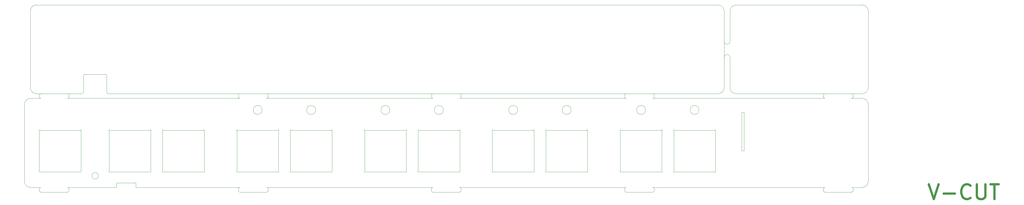
<source format=gbr>
%TF.GenerationSoftware,KiCad,Pcbnew,7.0.1*%
%TF.CreationDate,2024-04-02T15:57:58+09:00*%
%TF.ProjectId,Lift_Switch_V5.0,4c696674-5f53-4776-9974-63685f56352e,rev?*%
%TF.SameCoordinates,Original*%
%TF.FileFunction,Profile,NP*%
%FSLAX46Y46*%
G04 Gerber Fmt 4.6, Leading zero omitted, Abs format (unit mm)*
G04 Created by KiCad (PCBNEW 7.0.1) date 2024-04-02 15:57:58*
%MOMM*%
%LPD*%
G01*
G04 APERTURE LIST*
%TA.AperFunction,Profile*%
%ADD10C,0.050000*%
%TD*%
%ADD11C,0.750000*%
G04 APERTURE END LIST*
D10*
X145110000Y-127340000D02*
X110100000Y-127340000D01*
X305159999Y-108429998D02*
G75*
G03*
X304830001Y-108100001I-99999J229998D01*
G01*
X284610000Y-96840000D02*
X284610000Y-96250000D01*
X144610000Y-96840000D02*
G75*
G03*
X145110000Y-97340000I500000J0D01*
G01*
X230430000Y-108100000D02*
X243770001Y-108100001D01*
X154610000Y-127840000D02*
G75*
G03*
X154110000Y-127340000I-500000J0D01*
G01*
X91270000Y-122099999D02*
G75*
G03*
X91600000Y-121770001I230000J99999D01*
G01*
X291160001Y-121770002D02*
G75*
G03*
X291489999Y-122099999I99999J-229998D01*
G01*
X205430000Y-108100000D02*
X218770001Y-108100001D01*
X219590000Y-127840000D02*
G75*
G03*
X219090000Y-127340000I-500000J0D01*
G01*
X351530000Y-127840000D02*
G75*
G03*
X351030000Y-127340000I-500000J0D01*
G01*
X91600000Y-108429998D02*
G75*
G03*
X91270002Y-108100000I-100000J229998D01*
G01*
X261770000Y-122100000D02*
X248429999Y-122099999D01*
X78100000Y-95750000D02*
G75*
G03*
X77600000Y-96250000I0J-500000D01*
G01*
X273490000Y-108100000D02*
X286830001Y-108100001D01*
X114770001Y-122099999D02*
X101430000Y-122100000D01*
X261770002Y-122099999D02*
G75*
G03*
X262099999Y-121770001I229998J99999D01*
G01*
X77600000Y-96250000D02*
X77600000Y-96840000D01*
X132770000Y-122099999D02*
G75*
G03*
X133100000Y-121770001I230000J99999D01*
G01*
X275110000Y-127340000D02*
G75*
G03*
X274610000Y-127840000I0J-500000D01*
G01*
X158099999Y-108429999D02*
X158099999Y-121770001D01*
X219090000Y-128940000D02*
X210090000Y-128940000D01*
X154610000Y-96840000D02*
X154610000Y-96250000D01*
X97500000Y-123440000D02*
G75*
G03*
X97500000Y-123440000I-1100000J0D01*
G01*
X230429998Y-108100001D02*
G75*
G03*
X230100001Y-108429999I-229998J-99999D01*
G01*
X162430000Y-108100000D02*
X175770001Y-108100001D01*
X78100000Y-128940000D02*
X87100000Y-128940000D01*
X119430000Y-108100001D02*
G75*
G03*
X119100000Y-108429999I-230000J-99999D01*
G01*
X87100000Y-97340000D02*
X145110000Y-97340000D01*
X342030000Y-95750000D02*
G75*
G03*
X341530000Y-96250000I0J-500000D01*
G01*
X87600000Y-96840000D02*
X87600000Y-96250000D01*
X205100001Y-121770002D02*
G75*
G03*
X205429999Y-122099999I99999J-229998D01*
G01*
X76600001Y-95749999D02*
X92000000Y-95750000D01*
X351530000Y-128440000D02*
X351530000Y-127840000D01*
X144429999Y-108100001D02*
X157770000Y-108100000D01*
X284110000Y-97340000D02*
X342030000Y-97340000D01*
X248430000Y-108100000D02*
X261770001Y-108100001D01*
X256600000Y-101250000D02*
G75*
G03*
X256600000Y-101250000I-1500000J0D01*
G01*
X341530000Y-96840000D02*
G75*
G03*
X342030000Y-97340000I500000J0D01*
G01*
X310100000Y-83612000D02*
X310100000Y-93750000D01*
X154110000Y-97340000D02*
G75*
G03*
X154610000Y-96840000I0J500000D01*
G01*
X308099999Y-93749999D02*
X308099999Y-67849999D01*
X157770002Y-122099999D02*
G75*
G03*
X158099999Y-121770001I229998J99999D01*
G01*
X201100000Y-108430000D02*
X201099999Y-121770001D01*
X310100000Y-93750000D02*
G75*
G03*
X312100000Y-95750000I2000000J0D01*
G01*
X275110000Y-95750000D02*
G75*
G03*
X274610000Y-96250000I0J-500000D01*
G01*
X219590000Y-96840000D02*
X219590000Y-96250000D01*
X244100000Y-108430000D02*
X244099999Y-121770001D01*
X284110000Y-128940000D02*
G75*
G03*
X284610000Y-128440000I0J500000D01*
G01*
X74600000Y-127340005D02*
X78100000Y-127340000D01*
X101100001Y-121770000D02*
G75*
G03*
X101429999Y-122100000I99999J-230000D01*
G01*
X115099999Y-108429999D02*
X115100000Y-121770000D01*
X219590000Y-127840000D02*
X219590000Y-128440000D01*
X76600001Y-65850001D02*
G75*
G03*
X74600001Y-67849999I-1J-1999999D01*
G01*
X219100000Y-108430000D02*
X219099999Y-121770001D01*
X342030000Y-127340000D02*
G75*
G03*
X341530000Y-127840000I0J-500000D01*
G01*
X284610000Y-128440000D02*
X284610000Y-127840000D01*
X162100000Y-121770000D02*
X162100001Y-108429999D01*
X274610000Y-128440000D02*
G75*
G03*
X275110000Y-128940000I500000J0D01*
G01*
X275110000Y-97340000D02*
X219090000Y-97340000D01*
X200770002Y-122099999D02*
G75*
G03*
X201099999Y-121770001I229998J99999D01*
G01*
X154110000Y-127340000D02*
X210090000Y-127340000D01*
X77600000Y-128440000D02*
G75*
G03*
X78100000Y-128940000I500000J0D01*
G01*
X101429999Y-108100001D02*
X114770000Y-108100000D01*
X87100000Y-97340000D02*
G75*
G03*
X87600000Y-96840000I0J500000D01*
G01*
X273489998Y-108100001D02*
G75*
G03*
X273160001Y-108429999I-229998J-99999D01*
G01*
X243770000Y-122100000D02*
X230430000Y-122100000D01*
X291160000Y-121770000D02*
X291160001Y-108429999D01*
X72600000Y-125440005D02*
X72600000Y-99340005D01*
X273160001Y-121770002D02*
G75*
G03*
X273489999Y-122099999I99999J-229998D01*
G01*
X72599995Y-125340005D02*
G75*
G03*
X74600000Y-127340005I2000005J5D01*
G01*
X74600001Y-93749999D02*
G75*
G03*
X76600001Y-95749999I1999999J-1D01*
G01*
X103600000Y-127340000D02*
X103600000Y-125830000D01*
X273160000Y-121770000D02*
X273160001Y-108429999D01*
X144610000Y-96250000D02*
X144610000Y-96840000D01*
X286830000Y-122100000D02*
X273489999Y-122099999D01*
X100300000Y-95250000D02*
G75*
G03*
X100800000Y-95750000I500000J0D01*
G01*
X341530000Y-128440000D02*
G75*
G03*
X342030000Y-128940000I500000J0D01*
G01*
X341530000Y-96250000D02*
X341530000Y-96840000D01*
X93000000Y-89220000D02*
X99800000Y-89220000D01*
X219099999Y-108429998D02*
G75*
G03*
X218770001Y-108100001I-99999J229998D01*
G01*
X308100001Y-67849999D02*
G75*
G03*
X306099999Y-65849999I-2000001J-1D01*
G01*
X187100001Y-121770002D02*
G75*
G03*
X187429999Y-122099999I99999J-229998D01*
G01*
X103600000Y-127340000D02*
X87100000Y-127340000D01*
X91600000Y-108429999D02*
X91600000Y-121770000D01*
X312100000Y-65850000D02*
G75*
G03*
X310100000Y-67849999I0J-2000000D01*
G01*
X312100000Y-95750000D02*
X354600000Y-95750000D01*
X162429998Y-108100001D02*
G75*
G03*
X162100001Y-108429999I-229998J-99999D01*
G01*
X210090000Y-97340000D02*
X154110000Y-97340000D01*
X356600000Y-99340005D02*
X356600000Y-125340005D01*
X187429998Y-108100001D02*
G75*
G03*
X187100001Y-108429999I-229998J-99999D01*
G01*
X219090000Y-97340000D02*
G75*
G03*
X219590000Y-96840000I0J500000D01*
G01*
X92000000Y-95750000D02*
G75*
G03*
X92500000Y-95250000I0J500000D01*
G01*
X162100001Y-121770002D02*
G75*
G03*
X162429999Y-122099999I99999J-229998D01*
G01*
X210090000Y-127340000D02*
G75*
G03*
X209590000Y-127840000I0J-500000D01*
G01*
X351530000Y-96840000D02*
X351530000Y-96250000D01*
X284110000Y-127340000D02*
X342030000Y-127340000D01*
X119100001Y-121770001D02*
X119100000Y-108430000D01*
X77600000Y-121770002D02*
G75*
G03*
X77929998Y-122100000I100000J-229998D01*
G01*
X213600000Y-101250000D02*
G75*
G03*
X213600000Y-101250000I-1500000J0D01*
G01*
X284610000Y-96250000D02*
G75*
G03*
X284110000Y-95750000I-500000J0D01*
G01*
X312100000Y-65849999D02*
X354600000Y-65849999D01*
X351530000Y-96250000D02*
G75*
G03*
X351030000Y-95750000I-500000J0D01*
G01*
X145110000Y-127340000D02*
G75*
G03*
X144610000Y-127840000I0J-500000D01*
G01*
X74600001Y-67849999D02*
X74600001Y-93749999D01*
X154610000Y-96250000D02*
G75*
G03*
X154110000Y-95750000I-500000J0D01*
G01*
X284610000Y-127840000D02*
G75*
G03*
X284110000Y-127340000I-500000J0D01*
G01*
X310100000Y-78088000D02*
X310100000Y-67849999D01*
X201099999Y-108429998D02*
G75*
G03*
X200770001Y-108100001I-99999J229998D01*
G01*
X356600001Y-67849999D02*
G75*
G03*
X354600000Y-65849999I-2000001J-1D01*
G01*
X209590000Y-96840000D02*
G75*
G03*
X210090000Y-97340000I500000J0D01*
G01*
X93000000Y-89220000D02*
G75*
G03*
X92500000Y-89720000I0J-500000D01*
G01*
X76600001Y-65849999D02*
X306099999Y-65849999D01*
X158099999Y-108430000D02*
G75*
G03*
X157770001Y-108100000I-99999J230000D01*
G01*
X176100000Y-108430000D02*
X176099999Y-121770001D01*
X205100000Y-121770000D02*
X205100001Y-108429999D01*
X200770000Y-122100000D02*
X187429999Y-122099999D01*
X304830000Y-122100000D02*
X291489999Y-122099999D01*
X306099999Y-95749999D02*
X100800000Y-95750000D01*
X262099999Y-108429998D02*
G75*
G03*
X261770001Y-108100001I-99999J229998D01*
G01*
X244099999Y-108429998D02*
G75*
G03*
X243770001Y-108100001I-99999J229998D01*
G01*
X175770002Y-122099999D02*
G75*
G03*
X176099999Y-121770001I229998J99999D01*
G01*
X187430000Y-108100000D02*
X200770001Y-108100001D01*
X351030000Y-95750000D02*
X342030000Y-95750000D01*
X144100001Y-121770000D02*
G75*
G03*
X144429999Y-122100000I99999J-230000D01*
G01*
X144430000Y-108100001D02*
G75*
G03*
X144100000Y-108429999I-230000J-99999D01*
G01*
X145110000Y-95750000D02*
G75*
G03*
X144610000Y-96250000I0J-500000D01*
G01*
X354600000Y-95750000D02*
G75*
G03*
X356600000Y-93750000I0J2000000D01*
G01*
X286830002Y-122099999D02*
G75*
G03*
X287159999Y-121770001I229998J99999D01*
G01*
X119100001Y-121770000D02*
G75*
G03*
X119429999Y-122100000I99999J-230000D01*
G01*
X218770000Y-122100000D02*
X205429999Y-122099999D01*
X74600000Y-97340005D02*
X78100000Y-97340000D01*
X209590000Y-128440000D02*
G75*
G03*
X210090000Y-128940000I500000J0D01*
G01*
X354600000Y-127340000D02*
G75*
G03*
X356600000Y-125340005I0J2000000D01*
G01*
X176099999Y-108429998D02*
G75*
G03*
X175770001Y-108100001I-99999J229998D01*
G01*
X114770000Y-122099999D02*
G75*
G03*
X115100000Y-121770001I230000J99999D01*
G01*
X248100000Y-121770000D02*
X248100001Y-108429999D01*
X195600000Y-101250000D02*
G75*
G03*
X195600000Y-101250000I-1500000J0D01*
G01*
X354600000Y-97340005D02*
X351030000Y-97340000D01*
X115099999Y-108430000D02*
G75*
G03*
X114770001Y-108100000I-99999J230000D01*
G01*
X209590000Y-96250000D02*
X209590000Y-96840000D01*
X92500000Y-89720000D02*
X92500000Y-95250000D01*
X230100001Y-121770001D02*
X230100001Y-108429999D01*
X306099999Y-95749999D02*
G75*
G03*
X308099999Y-93749999I1J1999999D01*
G01*
X87600000Y-128440000D02*
X87600000Y-127840000D01*
X238600000Y-101250000D02*
G75*
G03*
X238600000Y-101250000I-1500000J0D01*
G01*
X356599995Y-99340005D02*
G75*
G03*
X354600000Y-97340005I-1999995J5D01*
G01*
X144100001Y-121770001D02*
X144100000Y-108430000D01*
X87600000Y-127840000D02*
G75*
G03*
X87100000Y-127340000I-500000J0D01*
G01*
X287159999Y-108429998D02*
G75*
G03*
X286830001Y-108100001I-99999J229998D01*
G01*
X87100000Y-128940000D02*
G75*
G03*
X87600000Y-128440000I0J500000D01*
G01*
X243770002Y-122099999D02*
G75*
G03*
X244099999Y-121770001I229998J99999D01*
G01*
X218770002Y-122099999D02*
G75*
G03*
X219099999Y-121770001I229998J99999D01*
G01*
X74600000Y-97340000D02*
G75*
G03*
X72600000Y-99340005I0J-2000000D01*
G01*
X219090000Y-128940000D02*
G75*
G03*
X219590000Y-128440000I0J500000D01*
G01*
X210090000Y-95750000D02*
G75*
G03*
X209590000Y-96250000I0J-500000D01*
G01*
X133099999Y-108429999D02*
X133100000Y-121770000D01*
X356600000Y-93750000D02*
X356600000Y-67849999D01*
X248100001Y-121770002D02*
G75*
G03*
X248429999Y-122099999I99999J-229998D01*
G01*
X291489998Y-108100001D02*
G75*
G03*
X291160001Y-108429999I-229998J-99999D01*
G01*
X110100000Y-127340000D02*
X110100000Y-125830000D01*
X351030000Y-128940000D02*
G75*
G03*
X351530000Y-128440000I0J500000D01*
G01*
X101100001Y-121770001D02*
X101100000Y-108430000D01*
X291490000Y-108100000D02*
X304830001Y-108100001D01*
X299650000Y-101250000D02*
G75*
G03*
X299650000Y-101250000I-1500000J0D01*
G01*
X284110000Y-97340000D02*
G75*
G03*
X284610000Y-96840000I0J500000D01*
G01*
X154110000Y-128940000D02*
G75*
G03*
X154610000Y-128440000I0J500000D01*
G01*
X154610000Y-128440000D02*
X154610000Y-127840000D01*
X132770001Y-122099999D02*
X119430000Y-122100000D01*
X77600000Y-96840000D02*
G75*
G03*
X78100000Y-97340000I500000J0D01*
G01*
X342030000Y-128940000D02*
X351030000Y-128940000D01*
X101430000Y-108100001D02*
G75*
G03*
X101100000Y-108429999I-230000J-99999D01*
G01*
X187100000Y-121770000D02*
X187100001Y-108429999D01*
X281650000Y-101250000D02*
G75*
G03*
X281650000Y-101250000I-1500000J0D01*
G01*
X341530000Y-127840000D02*
X341530000Y-128440000D01*
X230100001Y-121770000D02*
G75*
G03*
X230429999Y-122100000I99999J-230000D01*
G01*
X314050000Y-102000000D02*
X314850000Y-102000000D01*
X314850000Y-115000000D01*
X314050000Y-115000000D01*
X314050000Y-102000000D01*
X175770000Y-122100000D02*
X162429999Y-122099999D01*
X78100000Y-127340000D02*
G75*
G03*
X77600000Y-127840000I0J-500000D01*
G01*
X262100000Y-108430000D02*
X262099999Y-121770001D01*
X274610000Y-127840000D02*
X274610000Y-128440000D01*
X274610000Y-96840000D02*
G75*
G03*
X275110000Y-97340000I500000J0D01*
G01*
X275110000Y-128940000D02*
X284110000Y-128940000D01*
X100300000Y-89720000D02*
G75*
G03*
X99800000Y-89220000I-500000J0D01*
G01*
X304830002Y-122099999D02*
G75*
G03*
X305159999Y-121770001I229998J99999D01*
G01*
X152600000Y-101250000D02*
G75*
G03*
X152600000Y-101250000I-1500000J0D01*
G01*
X351030000Y-127340000D02*
X354600000Y-127340005D01*
X287160000Y-108430000D02*
X287159999Y-121770001D01*
X91270001Y-122099999D02*
X77929999Y-122100000D01*
X219590000Y-96250000D02*
G75*
G03*
X219090000Y-95750000I-500000J0D01*
G01*
X305160000Y-108430000D02*
X305159999Y-121770001D01*
X351030000Y-97340000D02*
G75*
G03*
X351530000Y-96840000I0J500000D01*
G01*
X77600000Y-127840000D02*
X77600000Y-128440000D01*
X133099999Y-108430000D02*
G75*
G03*
X132770001Y-108100000I-99999J230000D01*
G01*
X100300000Y-89720000D02*
X100300000Y-95250000D01*
X209590000Y-128440000D02*
X209590000Y-127840000D01*
X77929998Y-108100000D02*
G75*
G03*
X77600000Y-108429998I-229998J-100000D01*
G01*
X110100000Y-125830000D02*
X103600000Y-125830000D01*
X248429998Y-108100001D02*
G75*
G03*
X248100001Y-108429999I-229998J-99999D01*
G01*
X77930000Y-108100000D02*
X91270001Y-108100000D01*
X157770000Y-122100000D02*
X144430000Y-122100000D01*
X144610000Y-128440000D02*
G75*
G03*
X145110000Y-128940000I500000J0D01*
G01*
X144610000Y-127840000D02*
X144610000Y-128440000D01*
X119429999Y-108100001D02*
X132770000Y-108100000D01*
X145110000Y-128940000D02*
X154110000Y-128940000D01*
X87600000Y-96250000D02*
G75*
G03*
X87100000Y-95750000I-500000J0D01*
G01*
X170600000Y-101250000D02*
G75*
G03*
X170600000Y-101250000I-1500000J0D01*
G01*
X274610000Y-96250000D02*
X274610000Y-96840000D01*
X219090000Y-127340000D02*
X275110000Y-127340000D01*
X77929998Y-108100000D02*
G75*
G03*
X77600000Y-108429998I-229998J-100000D01*
G01*
X77600000Y-121770001D02*
X77600000Y-108429999D01*
X205429998Y-108100001D02*
G75*
G03*
X205100001Y-108429999I-229998J-99999D01*
G01*
D11*
X376946190Y-126263095D02*
X378612857Y-131263095D01*
X378612857Y-131263095D02*
X380279523Y-126263095D01*
X381946190Y-129358333D02*
X385755714Y-129358333D01*
X390993809Y-130786904D02*
X390755713Y-131025000D01*
X390755713Y-131025000D02*
X390041428Y-131263095D01*
X390041428Y-131263095D02*
X389565237Y-131263095D01*
X389565237Y-131263095D02*
X388850951Y-131025000D01*
X388850951Y-131025000D02*
X388374761Y-130548809D01*
X388374761Y-130548809D02*
X388136666Y-130072619D01*
X388136666Y-130072619D02*
X387898570Y-129120238D01*
X387898570Y-129120238D02*
X387898570Y-128405952D01*
X387898570Y-128405952D02*
X388136666Y-127453571D01*
X388136666Y-127453571D02*
X388374761Y-126977380D01*
X388374761Y-126977380D02*
X388850951Y-126501190D01*
X388850951Y-126501190D02*
X389565237Y-126263095D01*
X389565237Y-126263095D02*
X390041428Y-126263095D01*
X390041428Y-126263095D02*
X390755713Y-126501190D01*
X390755713Y-126501190D02*
X390993809Y-126739285D01*
X393136666Y-126263095D02*
X393136666Y-130310714D01*
X393136666Y-130310714D02*
X393374761Y-130786904D01*
X393374761Y-130786904D02*
X393612856Y-131025000D01*
X393612856Y-131025000D02*
X394089047Y-131263095D01*
X394089047Y-131263095D02*
X395041428Y-131263095D01*
X395041428Y-131263095D02*
X395517618Y-131025000D01*
X395517618Y-131025000D02*
X395755713Y-130786904D01*
X395755713Y-130786904D02*
X395993809Y-130310714D01*
X395993809Y-130310714D02*
X395993809Y-126263095D01*
X397660475Y-126263095D02*
X400517618Y-126263095D01*
X399089046Y-131263095D02*
X399089046Y-126263095D01*
D10*
%TO.C,mouse-bite-2mm-slot*%
X308100000Y-78088000D02*
G75*
G03*
X310100000Y-78088000I1000000J0D01*
G01*
X310100000Y-83612000D02*
G75*
G03*
X308100000Y-83612000I-1000000J0D01*
G01*
%TD*%
M02*

</source>
